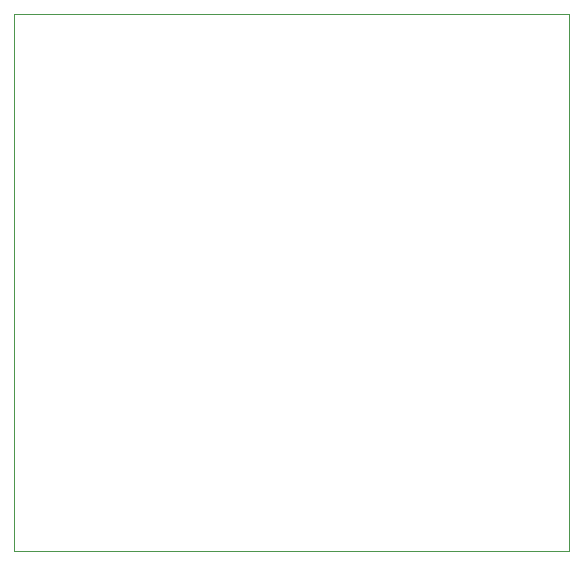
<source format=gbr>
%TF.GenerationSoftware,KiCad,Pcbnew,8.0.3*%
%TF.CreationDate,2024-10-12T11:47:42-03:00*%
%TF.ProjectId,m_dulo_sensor_i2c_2sensores,6df36475-6c6f-45f7-9365-6e736f725f69,rev?*%
%TF.SameCoordinates,Original*%
%TF.FileFunction,Profile,NP*%
%FSLAX46Y46*%
G04 Gerber Fmt 4.6, Leading zero omitted, Abs format (unit mm)*
G04 Created by KiCad (PCBNEW 8.0.3) date 2024-10-12 11:47:42*
%MOMM*%
%LPD*%
G01*
G04 APERTURE LIST*
%TA.AperFunction,Profile*%
%ADD10C,0.050000*%
%TD*%
G04 APERTURE END LIST*
D10*
X71500000Y-49500000D02*
X118500000Y-49500000D01*
X118500000Y-95000000D01*
X71500000Y-95000000D01*
X71500000Y-49500000D01*
M02*

</source>
